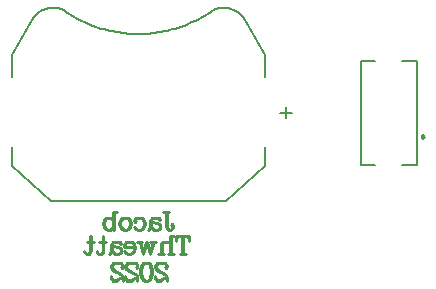
<source format=gbo>
G04*
G04 #@! TF.GenerationSoftware,Altium Limited,Altium Designer,22.8.2 (66)*
G04*
G04 Layer_Color=32896*
%FSLAX25Y25*%
%MOIN*%
G70*
G04*
G04 #@! TF.SameCoordinates,5BBA7AF8-D70B-405A-A25D-C681712A1337*
G04*
G04*
G04 #@! TF.FilePolarity,Positive*
G04*
G01*
G75*
%ADD10C,0.00984*%
%ADD11C,0.00787*%
%ADD12C,0.01000*%
D10*
X278311Y201500D02*
X277573Y201926D01*
Y201074D01*
X278311Y201500D01*
D11*
X154260Y244394D02*
X153242Y244339D01*
X152240Y244146D01*
X151275Y243818D01*
X150363Y243362D01*
X149521Y242786D01*
X148765Y242102D01*
X148110Y241320D01*
X147567Y240457D01*
X158079Y243607D02*
X157171Y243991D01*
X156221Y244254D01*
X155245Y244389D01*
X154260Y244394D01*
X158079Y243607D02*
X158905Y243040D01*
X159744Y242492D01*
X160595Y241964D01*
X161459Y241455D01*
X162334Y240967D01*
X163220Y240499D01*
X164116Y240052D01*
X165023Y239625D01*
X165939Y239220D01*
X166865Y238836D01*
X167799Y238473D01*
X168741Y238132D01*
X169691Y237813D01*
X170648Y237516D01*
X171612Y237242D01*
X172582Y236989D01*
X173557Y236760D01*
X174537Y236553D01*
X175522Y236368D01*
X176511Y236207D01*
X177504Y236068D01*
X178499Y235952D01*
X179497Y235859D01*
X180496Y235790D01*
X181497Y235744D01*
X182499Y235720D01*
X183501D01*
X184503Y235744D01*
X185504Y235790D01*
X186503Y235859D01*
X187501Y235952D01*
X188496Y236068D01*
X189489Y236207D01*
X190478Y236368D01*
X191463Y236553D01*
X192443Y236760D01*
X193418Y236989D01*
X194388Y237242D01*
X195352Y237516D01*
X196309Y237813D01*
X197258Y238132D01*
X198201Y238473D01*
X199135Y238836D01*
X200060Y239220D01*
X200977Y239625D01*
X201884Y240051D01*
X202780Y240499D01*
X203666Y240967D01*
X204541Y241455D01*
X205405Y241964D01*
X206256Y242492D01*
X207095Y243040D01*
X207921Y243607D01*
X211740Y244394D02*
X210755Y244389D01*
X209778Y244254D01*
X208828Y243991D01*
X207921Y243607D01*
X218433Y240457D02*
X217890Y241320D01*
X217235Y242102D01*
X216479Y242786D01*
X215637Y243362D01*
X214725Y243818D01*
X213760Y244146D01*
X212758Y244339D01*
X211740Y244394D01*
X257248Y192051D02*
X261972D01*
X257248D02*
Y226697D01*
X261972D01*
X271028Y192051D02*
X275752D01*
X271028Y226697D02*
X275752D01*
Y192051D02*
Y226697D01*
X140756Y228646D02*
X147567Y240457D01*
X140756Y221205D02*
Y228646D01*
X218433Y240457D02*
X225244Y228646D01*
Y221205D02*
Y228646D01*
X140756Y191737D02*
Y197977D01*
Y191737D02*
X153866Y179926D01*
X225244Y191737D02*
Y197977D01*
X212134Y179926D02*
X225244Y191737D01*
X153866Y179926D02*
X212134D01*
X232213Y207544D02*
Y211481D01*
X230244Y209512D02*
X234181D01*
D12*
X198000Y168499D02*
Y162500D01*
X197715Y168499D02*
Y162500D01*
X199714Y168499D02*
X200000Y166785D01*
Y168499D01*
X195715D01*
Y166785D01*
X196001Y168499D01*
X198857Y162500D02*
X196858D01*
X194001Y168499D02*
Y162500D01*
X193716Y168499D02*
Y162500D01*
Y165642D02*
X193144Y166214D01*
X192287Y166499D01*
X191716D01*
X190859Y166214D01*
X190573Y165642D01*
Y162500D01*
X191716Y166499D02*
X191145Y166214D01*
X190859Y165642D01*
Y162500D01*
X194858Y168499D02*
X193716D01*
X194858Y162500D02*
X192859D01*
X191716D02*
X189716D01*
X188088Y166499D02*
X186946Y162500D01*
X187803Y166499D02*
X186946Y163357D01*
X185803Y166499D02*
X186946Y162500D01*
X185803Y166499D02*
X184660Y162500D01*
X185517Y166499D02*
X184660Y163357D01*
X183518Y166499D02*
X184660Y162500D01*
X188945Y166499D02*
X186946D01*
X184375D02*
X182661D01*
X181718Y164785D02*
X178290D01*
Y165357D01*
X178576Y165928D01*
X178862Y166214D01*
X179433Y166499D01*
X180290D01*
X181147Y166214D01*
X181718Y165642D01*
X182004Y164785D01*
Y164214D01*
X181718Y163357D01*
X181147Y162786D01*
X180290Y162500D01*
X179719D01*
X178862Y162786D01*
X178290Y163357D01*
X178576Y164785D02*
Y165642D01*
X178862Y166214D01*
X180290Y166499D02*
X180861Y166214D01*
X181432Y165642D01*
X181718Y164785D01*
Y164214D01*
X181432Y163357D01*
X180861Y162786D01*
X180290Y162500D01*
X176805Y165928D02*
Y165642D01*
X177091D01*
Y165928D01*
X176805Y166214D01*
X176234Y166499D01*
X175091D01*
X174520Y166214D01*
X174234Y165928D01*
X173948Y165357D01*
Y163357D01*
X173663Y162786D01*
X173377Y162500D01*
X174234Y165928D02*
Y163357D01*
X173948Y162786D01*
X173377Y162500D01*
X173091D01*
X174234Y165357D02*
X174520Y165071D01*
X176234Y164785D01*
X177091Y164500D01*
X177376Y163928D01*
Y163357D01*
X177091Y162786D01*
X176234Y162500D01*
X175377D01*
X174805Y162786D01*
X174234Y163357D01*
X176234Y164785D02*
X176805Y164500D01*
X177091Y163928D01*
Y163357D01*
X176805Y162786D01*
X176234Y162500D01*
X170521D02*
X170806Y162786D01*
X171092Y163643D01*
Y168499D01*
X171378D01*
Y163643D01*
X171092Y162786D01*
X170521Y162500D01*
X169949D01*
X169378Y162786D01*
X169092Y163357D01*
X172234Y166499D02*
X169949D01*
X166407Y162500D02*
X166693Y162786D01*
X166979Y163643D01*
Y168499D01*
X167264D01*
Y163643D01*
X166979Y162786D01*
X166407Y162500D01*
X165836D01*
X165265Y162786D01*
X164979Y163357D01*
X168121Y166499D02*
X165836D01*
X192215Y176499D02*
Y171643D01*
X192500Y170786D01*
X193072Y170500D01*
X193643D01*
X194214Y170786D01*
X194500Y171357D01*
Y171928D01*
X194214Y172214D01*
X193929Y171928D01*
X194214Y171643D01*
X192500Y176499D02*
Y171643D01*
X192786Y170786D01*
X193072Y170500D01*
X193357Y176499D02*
X191358D01*
X189815Y173928D02*
Y173642D01*
X190101D01*
Y173928D01*
X189815Y174214D01*
X189244Y174499D01*
X188101D01*
X187530Y174214D01*
X187244Y173928D01*
X186959Y173356D01*
Y171357D01*
X186673Y170786D01*
X186388Y170500D01*
X187244Y173928D02*
Y171357D01*
X186959Y170786D01*
X186388Y170500D01*
X186102D01*
X187244Y173356D02*
X187530Y173071D01*
X189244Y172785D01*
X190101Y172500D01*
X190387Y171928D01*
Y171357D01*
X190101Y170786D01*
X189244Y170500D01*
X188387D01*
X187816Y170786D01*
X187244Y171357D01*
X189244Y172785D02*
X189815Y172500D01*
X190101Y171928D01*
Y171357D01*
X189815Y170786D01*
X189244Y170500D01*
X181817Y173642D02*
X182103Y173356D01*
X181817Y173071D01*
X181531Y173356D01*
Y173642D01*
X182103Y174214D01*
X182674Y174499D01*
X183531D01*
X184388Y174214D01*
X184959Y173642D01*
X185245Y172785D01*
Y172214D01*
X184959Y171357D01*
X184388Y170786D01*
X183531Y170500D01*
X182960D01*
X182103Y170786D01*
X181531Y171357D01*
X183531Y174499D02*
X184102Y174214D01*
X184674Y173642D01*
X184959Y172785D01*
Y172214D01*
X184674Y171357D01*
X184102Y170786D01*
X183531Y170500D01*
X178903Y174499D02*
X179760Y174214D01*
X180332Y173642D01*
X180617Y172785D01*
Y172214D01*
X180332Y171357D01*
X179760Y170786D01*
X178903Y170500D01*
X178332D01*
X177475Y170786D01*
X176904Y171357D01*
X176618Y172214D01*
Y172785D01*
X176904Y173642D01*
X177475Y174214D01*
X178332Y174499D01*
X178903D01*
X179475Y174214D01*
X180046Y173642D01*
X180332Y172785D01*
Y172214D01*
X180046Y171357D01*
X179475Y170786D01*
X178903Y170500D01*
X178332D02*
X177761Y170786D01*
X177189Y171357D01*
X176904Y172214D01*
Y172785D01*
X177189Y173642D01*
X177761Y174214D01*
X178332Y174499D01*
X174876Y176499D02*
Y170500D01*
X174590Y176499D02*
Y170500D01*
Y173642D02*
X174019Y174214D01*
X173447Y174499D01*
X172876D01*
X172019Y174214D01*
X171448Y173642D01*
X171162Y172785D01*
Y172214D01*
X171448Y171357D01*
X172019Y170786D01*
X172876Y170500D01*
X173447D01*
X174019Y170786D01*
X174590Y171357D01*
X172876Y174499D02*
X172305Y174214D01*
X171733Y173642D01*
X171448Y172785D01*
Y172214D01*
X171733Y171357D01*
X172305Y170786D01*
X172876Y170500D01*
X175733Y176499D02*
X174590D01*
X192214Y158356D02*
X191929Y158071D01*
X192214Y157785D01*
X192500Y158071D01*
Y158356D01*
X192214Y158927D01*
X191929Y159213D01*
X191072Y159499D01*
X189929D01*
X189072Y159213D01*
X188786Y158927D01*
X188501Y158356D01*
Y157785D01*
X188786Y157213D01*
X189644Y156642D01*
X191072Y156071D01*
X191643Y155785D01*
X192214Y155214D01*
X192500Y154357D01*
Y153500D01*
X189929Y159499D02*
X189358Y159213D01*
X189072Y158927D01*
X188786Y158356D01*
Y157785D01*
X189072Y157213D01*
X189929Y156642D01*
X191072Y156071D01*
X192500Y154071D02*
X192214Y154357D01*
X191643D01*
X190215Y153786D01*
X189358D01*
X188786Y154071D01*
X188501Y154357D01*
Y154928D01*
X191643Y154357D02*
X190215Y153500D01*
X189072D01*
X188786Y153786D01*
X188501Y154357D01*
X185901Y159499D02*
X186758Y159213D01*
X187330Y158356D01*
X187615Y156928D01*
Y156071D01*
X187330Y154643D01*
X186758Y153786D01*
X185901Y153500D01*
X185330D01*
X184473Y153786D01*
X183902Y154643D01*
X183616Y156071D01*
Y156928D01*
X183902Y158356D01*
X184473Y159213D01*
X185330Y159499D01*
X185901D01*
X186473Y159213D01*
X186758Y158927D01*
X187044Y158356D01*
X187330Y156928D01*
Y156071D01*
X187044Y154643D01*
X186758Y154071D01*
X186473Y153786D01*
X185901Y153500D01*
X185330D02*
X184759Y153786D01*
X184473Y154071D01*
X184187Y154643D01*
X183902Y156071D01*
Y156928D01*
X184187Y158356D01*
X184473Y158927D01*
X184759Y159213D01*
X185330Y159499D01*
X182445Y158356D02*
X182159Y158071D01*
X182445Y157785D01*
X182731Y158071D01*
Y158356D01*
X182445Y158927D01*
X182159Y159213D01*
X181302Y159499D01*
X180160D01*
X179303Y159213D01*
X179017Y158927D01*
X178732Y158356D01*
Y157785D01*
X179017Y157213D01*
X179874Y156642D01*
X181302Y156071D01*
X181874Y155785D01*
X182445Y155214D01*
X182731Y154357D01*
Y153500D01*
X180160Y159499D02*
X179588Y159213D01*
X179303Y158927D01*
X179017Y158356D01*
Y157785D01*
X179303Y157213D01*
X180160Y156642D01*
X181302Y156071D01*
X182731Y154071D02*
X182445Y154357D01*
X181874D01*
X180445Y153786D01*
X179588D01*
X179017Y154071D01*
X178732Y154357D01*
Y154928D01*
X181874Y154357D02*
X180445Y153500D01*
X179303D01*
X179017Y153786D01*
X178732Y154357D01*
X177560Y158356D02*
X177275Y158071D01*
X177560Y157785D01*
X177846Y158071D01*
Y158356D01*
X177560Y158927D01*
X177275Y159213D01*
X176418Y159499D01*
X175275D01*
X174418Y159213D01*
X174133Y158927D01*
X173847Y158356D01*
Y157785D01*
X174133Y157213D01*
X174989Y156642D01*
X176418Y156071D01*
X176989Y155785D01*
X177560Y155214D01*
X177846Y154357D01*
Y153500D01*
X175275Y159499D02*
X174704Y159213D01*
X174418Y158927D01*
X174133Y158356D01*
Y157785D01*
X174418Y157213D01*
X175275Y156642D01*
X176418Y156071D01*
X177846Y154071D02*
X177560Y154357D01*
X176989D01*
X175561Y153786D01*
X174704D01*
X174133Y154071D01*
X173847Y154357D01*
Y154928D01*
X176989Y154357D02*
X175561Y153500D01*
X174418D01*
X174133Y153786D01*
X173847Y154357D01*
M02*

</source>
